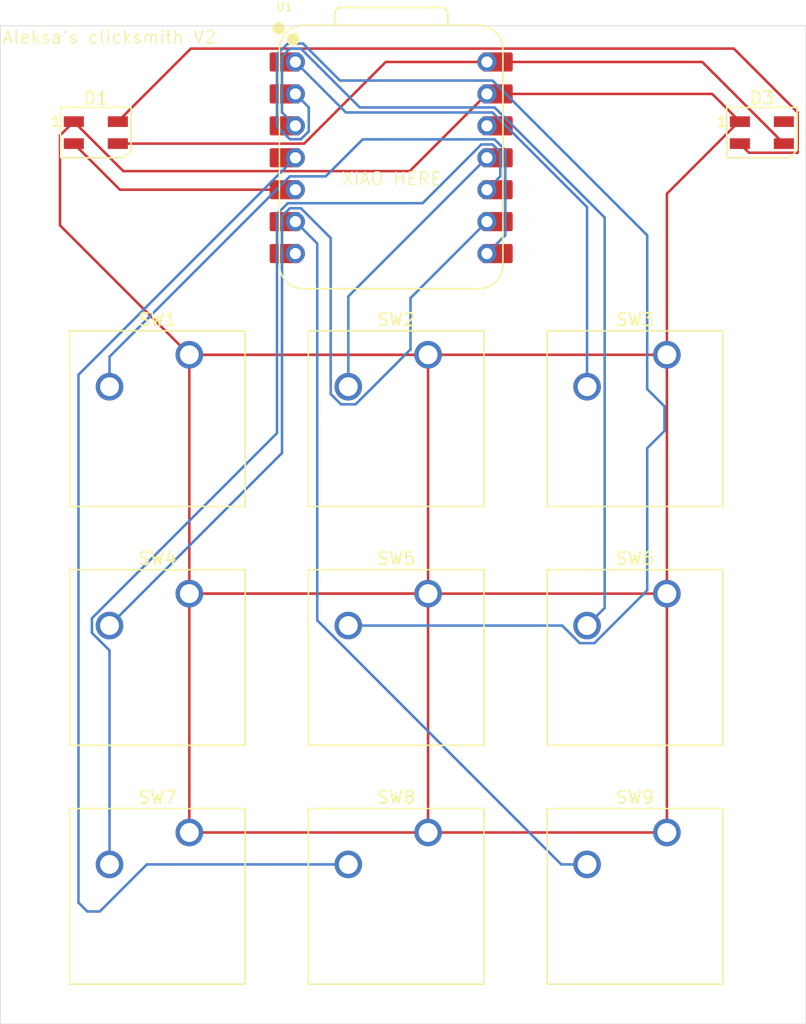
<source format=kicad_pcb>
(kicad_pcb (version 20241229) (generator "pcbnew") (generator_version "9.0")
  (layers (0 "F.Cu" signal) (2 "B.Cu" signal) (13 "F.Paste" user) (15 "B.Paste" user) (5 "F.SilkS" user "F.Silkscreen") (7 "B.SilkS" user "B.Silkscreen") (1 "F.Mask" user) (3 "B.Mask" user) (25 "Edge.Cuts" user))
  (net 0 "")
  (net 1 "Net-(D1-DIN)")
  (net 2 "+5V")
  (net 3 "GND")
  (net 4 "Net-(D1-DOUT)")
  (net 6 "Net-(U1-GPIO1{slash}RX)")
  (net 7 "Net-(U1-GPIO3{slash}MOSI)")
  (net 8 "Net-(U1-GPIO2{slash}SCK)")
  (net 9 "Net-(U1-GPIO4{slash}MISO)")
  (net 10 "Net-(U1-GPIO28{slash}ADC2{slash}A2)")
  (net 11 "Net-(U1-GPIO26{slash}ADC0{slash}A0)")
  (net 13 "Net-(U1-GPIO7{slash}SCL)")
  (net 14 "Net-(U1-GPIO29{slash}ADC3{slash}A3)")
  (net 15 "Net-(U1-GPIO27{slash}ADC1{slash}A1)")
  (footprint "Button_Switch_Keyboard:SW_Cherry_MX_1.00u_PCB" (layer "F.Cu") (at 127.94 92.67)
    (property "Reference" "SW8" (at -2.54 -2.794 0) (layer "F.SilkS"))
    (property "Value" "SW_Push")
    (fp_line (start -9.525 -1.905) (end 4.445 -1.905) (stroke (width 0.12)) (layer "F.SilkS"))
    (fp_line (start -9.525 12.065) (end -9.525 -1.905) (stroke (width 0.12)) (layer "F.SilkS"))
    (fp_line (start 4.445 -1.905) (end 4.445 12.065) (stroke (width 0.12)) (layer "F.SilkS"))
    (fp_line (start 4.445 12.065) (end -9.525 12.065) (stroke (width 0.12)) (layer "F.SilkS"))
    (pad "" np_thru_hole circle (at -7.62 5.08) (size 1.7 1.7) (drill 1.7) (layers "*.Cu" "*.Mask"))
    (pad "" np_thru_hole circle (at -2.54 5.08) (size 4 4) (drill 4) (layers "*.Cu" "*.Mask"))
    (pad "" np_thru_hole circle (at 2.54 5.08) (size 1.7 1.7) (drill 1.7) (layers "*.Cu" "*.Mask"))
    (pad "1" thru_hole circle (at 0 0) (size 2.2 2.2) (drill 1.5) (layers "*.Cu" "*.Mask") (net 3 "GND"))
    (pad "2" thru_hole circle (at -6.35 2.54) (size 2.2 2.2) (drill 1.5) (layers "*.Cu" "*.Mask") (net 14 "Net-(U1-GPIO29{slash}ADC3{slash}A3)"))
  )
  (footprint "Button_Switch_Keyboard:SW_Cherry_MX_1.00u_PCB" (layer "F.Cu") (at 127.94 54.67)
    (property "Reference" "SW2" (at -2.54 -2.794 0) (layer "F.SilkS"))
    (property "Value" "SW_Push")
    (fp_line (start -9.525 -1.905) (end 4.445 -1.905) (stroke (width 0.12)) (layer "F.SilkS"))
    (fp_line (start -9.525 12.065) (end -9.525 -1.905) (stroke (width 0.12)) (layer "F.SilkS"))
    (fp_line (start 4.445 -1.905) (end 4.445 12.065) (stroke (width 0.12)) (layer "F.SilkS"))
    (fp_line (start 4.445 12.065) (end -9.525 12.065) (stroke (width 0.12)) (layer "F.SilkS"))
    (pad "" np_thru_hole circle (at -7.62 5.08) (size 1.7 1.7) (drill 1.7) (layers "*.Cu" "*.Mask"))
    (pad "" np_thru_hole circle (at -2.54 5.08) (size 4 4) (drill 4) (layers "*.Cu" "*.Mask"))
    (pad "" np_thru_hole circle (at 2.54 5.08) (size 1.7 1.7) (drill 1.7) (layers "*.Cu" "*.Mask"))
    (pad "1" thru_hole circle (at 0 0) (size 2.2 2.2) (drill 1.5) (layers "*.Cu" "*.Mask") (net 3 "GND"))
    (pad "2" thru_hole circle (at -6.35 2.54) (size 2.2 2.2) (drill 1.5) (layers "*.Cu" "*.Mask") (net 7 "Net-(U1-GPIO3{slash}MOSI)"))
  )
  (footprint "OPL Lib:XIAO-RP2040-DIP" (layer "F.Cu") (at 125 39)
    (property "Reference" "U1" (at -8.5 -12 0) (layer "F.SilkS") (effects (font (size 0.635 0.635) (thickness 0.1016))))
    (property "Value" "XIAO-RP2040-DIP")
    (fp_line (start -8.89 8.509) (end -8.89 -8.636) (stroke (width 0.127)) (layer "F.SilkS"))
    (fp_line (start -6.985 10.414) (end 6.985 10.414) (stroke (width 0.127)) (layer "F.SilkS"))
    (fp_line (start -4.495 -10.541) (end -4.491272 -11.451272) (stroke (width 0.127)) (layer "F.SilkS"))
    (fp_line (start -3.991272 -11.951) (end 4.004 -11.951) (stroke (width 0.127)) (layer "F.SilkS"))
    (fp_line (start 4.504 -11.451) (end 4.504 -10.541) (stroke (width 0.127)) (layer "F.SilkS"))
    (fp_line (start 6.985 -10.541) (end -6.985 -10.541) (stroke (width 0.1)) (layer "F.SilkS"))
    (fp_line (start 6.985 -10.541) (end -6.985 -10.541) (stroke (width 0.127)) (layer "F.SilkS"))
    (fp_line (start 8.89 8.509) (end 8.89 -8.636) (stroke (width 0.127)) (layer "F.SilkS"))
    (fp_arc (start -8.89 -8.636) (mid -8.332038 -9.983038) (end -6.985 -10.541) (stroke (width 0.127)) (layer "F.SilkS"))
    (fp_arc (start -6.985 10.414) (mid -8.332038 9.856038) (end -8.89 8.509) (stroke (width 0.127)) (layer "F.SilkS"))
    (fp_arc (start -4.491272 -11.451272) (mid -4.344728 -11.80464) (end -3.991272 -11.951) (stroke (width 0.127)) (layer "F.SilkS"))
    (fp_arc (start 4.004 -11.951) (mid 4.357553 -11.804553) (end 4.504 -11.451) (stroke (width 0.127)) (layer "F.SilkS"))
    (fp_arc (start 6.985 -10.541) (mid 8.332038 -9.983038) (end 8.89 -8.636) (stroke (width 0.127)) (layer "F.SilkS"))
    (fp_arc (start 8.89 8.509) (mid 8.332038 9.856038) (end 6.985 10.414) (stroke (width 0.127)) (layer "F.SilkS"))
    (fp_circle (center -8.95 -10.3) (end -8.95 -10.554) (stroke (width 0.5)) (fill yes) (layer "F.SilkS"))
    (fp_circle (center -7.807 -9.42) (end -7.807 -9.674) (stroke (width 0.5)) (fill yes) (layer "F.SilkS"))
    (pad "1" smd roundrect (at -8.455 -7.62 180) (size 2.432 1.524) (layers "F.Cu" "F.Mask") (roundrect_rratio 0.1) (net 11 "Net-(U1-GPIO26{slash}ADC0{slash}A0)"))
    (pad "1" thru_hole circle (at -7.62 -7.62 180) (size 1.524 1.524) (drill 0.889) (layers "*.Cu" "*.Mask") (net 11 "Net-(U1-GPIO26{slash}ADC0{slash}A0)"))
    (pad "2" smd roundrect (at -8.455 -5.08 180) (size 2.432 1.524) (layers "F.Cu" "F.Mask") (roundrect_rratio 0.1) (net 15 "Net-(U1-GPIO27{slash}ADC1{slash}A1)"))
    (pad "2" thru_hole circle (at -7.62 -5.08 180) (size 1.524 1.524) (drill 0.889) (layers "*.Cu" "*.Mask") (net 15 "Net-(U1-GPIO27{slash}ADC1{slash}A1)"))
    (pad "3" smd roundrect (at -8.455 -2.54 180) (size 2.432 1.524) (layers "F.Cu" "F.Mask") (roundrect_rratio 0.1) (net 10 "Net-(U1-GPIO28{slash}ADC2{slash}A2)"))
    (pad "3" thru_hole circle (at -7.62 -2.54 180) (size 1.524 1.524) (drill 0.889) (layers "*.Cu" "*.Mask") (net 10 "Net-(U1-GPIO28{slash}ADC2{slash}A2)"))
    (pad "4" smd roundrect (at -8.455 0 180) (size 2.432 1.524) (layers "F.Cu" "F.Mask") (roundrect_rratio 0.1) (net 14 "Net-(U1-GPIO29{slash}ADC3{slash}A3)"))
    (pad "4" thru_hole circle (at -7.62 0 180) (size 1.524 1.524) (drill 0.889) (layers "*.Cu" "*.Mask") (net 14 "Net-(U1-GPIO29{slash}ADC3{slash}A3)"))
    (pad "5" smd roundrect (at -8.455 2.54 180) (size 2.432 1.524) (layers "F.Cu" "F.Mask") (roundrect_rratio 0.1) (net 1 "Net-(D1-DIN)"))
    (pad "5" thru_hole circle (at -7.62 2.54 180) (size 1.524 1.524) (drill 0.889) (layers "*.Cu" "*.Mask") (net 1 "Net-(D1-DIN)"))
    (pad "6" smd roundrect (at -8.455 5.08 180) (size 2.432 1.524) (layers "F.Cu" "F.Mask") (roundrect_rratio 0.1) (net 13 "Net-(U1-GPIO7{slash}SCL)"))
    (pad "6" thru_hole circle (at -7.62 5.08 180) (size 1.524 1.524) (drill 0.889) (layers "*.Cu" "*.Mask") (net 13 "Net-(U1-GPIO7{slash}SCL)"))
    (pad "7" smd roundrect (at -8.455 7.62 180) (size 2.432 1.524) (layers "F.Cu" "F.Mask") (roundrect_rratio 0.1))
    (pad "7" thru_hole circle (at -7.62 7.62 180) (size 1.524 1.524) (drill 0.889) (layers "*.Cu" "*.Mask"))
    (pad "8" thru_hole circle (at 7.62 7.62) (size 1.524 1.524) (drill 0.889) (layers "*.Cu" "*.Mask") (net 6 "Net-(U1-GPIO1{slash}RX)"))
    (pad "8" smd roundrect (at 8.455 7.62) (size 2.432 1.524) (layers "F.Cu" "F.Mask") (roundrect_rratio 0.1) (net 6 "Net-(U1-GPIO1{slash}RX)"))
    (pad "9" thru_hole circle (at 7.62 5.08) (size 1.524 1.524) (drill 0.889) (layers "*.Cu" "*.Mask") (net 8 "Net-(U1-GPIO2{slash}SCK)"))
    (pad "9" smd roundrect (at 8.455 5.08) (size 2.432 1.524) (layers "F.Cu" "F.Mask") (roundrect_rratio 0.1) (net 8 "Net-(U1-GPIO2{slash}SCK)"))
    (pad "10" thru_hole circle (at 7.62 2.54) (size 1.524 1.524) (drill 0.889) (layers "*.Cu" "*.Mask") (net 9 "Net-(U1-GPIO4{slash}MISO)"))
    (pad "10" smd roundrect (at 8.455 2.54) (size 2.432 1.524) (layers "F.Cu" "F.Mask") (roundrect_rratio 0.1) (net 9 "Net-(U1-GPIO4{slash}MISO)"))
    (pad "11" thru_hole circle (at 7.62 0) (size 1.524 1.524) (drill 0.889) (layers "*.Cu" "*.Mask") (net 7 "Net-(U1-GPIO3{slash}MOSI)"))
    (pad "11" smd roundrect (at 8.455 0) (size 2.432 1.524) (layers "F.Cu" "F.Mask") (roundrect_rratio 0.1) (net 7 "Net-(U1-GPIO3{slash}MOSI)"))
    (pad "12" thru_hole circle (at 7.62 -2.54) (size 1.524 1.524) (drill 0.889) (layers "*.Cu" "*.Mask"))
    (pad "12" smd roundrect (at 8.455 -2.54) (size 2.432 1.524) (layers "F.Cu" "F.Mask") (roundrect_rratio 0.1))
    (pad "13" thru_hole circle (at 7.62 -5.08) (size 1.524 1.524) (drill 0.889) (layers "*.Cu" "*.Mask") (net 3 "GND"))
    (pad "13" smd roundrect (at 8.455 -5.08) (size 2.432 1.524) (layers "F.Cu" "F.Mask") (roundrect_rratio 0.1) (net 3 "GND"))
    (pad "14" thru_hole circle (at 7.62 -7.62) (size 1.524 1.524) (drill 0.889) (layers "*.Cu" "*.Mask") (net 2 "+5V"))
    (pad "14" smd roundrect (at 8.455 -7.62) (size 2.432 1.524) (layers "F.Cu" "F.Mask") (roundrect_rratio 0.1) (net 2 "+5V"))
  )
  (footprint "LED_SMD:LED_SK6812MINI_PLCC4_3.5x3.5mm_P1.75mm" (layer "F.Cu") (at 101.5 37)
    (property "Reference" "D1" (at 0 -2.75 0) (layer "F.SilkS"))
    (property "Value" "SK6812")
    (fp_line (start -2.8 -2) (end -2.8 2) (stroke (width 0.12)) (layer "F.SilkS"))
    (fp_line (start -2.8 -2) (end 2.8 -2) (stroke (width 0.12)) (layer "F.SilkS"))
    (fp_line (start -2.8 2) (end 2.2 2) (stroke (width 0.12)) (layer "F.SilkS"))
    (fp_line (start 2.8 1.4) (end 2.2 2) (stroke (width 0.12)) (layer "F.SilkS"))
    (fp_line (start 2.8 1.4) (end 2.8 -2) (stroke (width 0.12)) (layer "F.SilkS"))
    (fp_text user "1" (at -3.2 -0.875 0) (layer "F.SilkS") (effects (font (size 0.8 0.8))))
    (pad "1" smd rect (at -1.75 -0.875) (size 1.6 0.85) (layers "F.Cu" "F.Mask" "F.Paste") (net 3 "GND"))
    (pad "2" smd rect (at -1.75 0.875) (size 1.6 0.85) (layers "F.Cu" "F.Mask" "F.Paste") (net 1 "Net-(D1-DIN)"))
    (pad "3" smd rect (at 1.75 0.875) (size 1.6 0.85) (layers "F.Cu" "F.Mask" "F.Paste") (net 2 "+5V"))
    (pad "4" smd rect (at 1.75 -0.875) (size 1.6 0.85) (layers "F.Cu" "F.Mask" "F.Paste") (net 4 "Net-(D1-DOUT)"))
  )
  (footprint "Button_Switch_Keyboard:SW_Cherry_MX_1.00u_PCB" (layer "F.Cu") (at 127.94 73.67)
    (property "Reference" "SW5" (at -2.54 -2.794 0) (layer "F.SilkS"))
    (property "Value" "SW_Push")
    (fp_line (start -9.525 -1.905) (end 4.445 -1.905) (stroke (width 0.12)) (layer "F.SilkS"))
    (fp_line (start -9.525 12.065) (end -9.525 -1.905) (stroke (width 0.12)) (layer "F.SilkS"))
    (fp_line (start 4.445 -1.905) (end 4.445 12.065) (stroke (width 0.12)) (layer "F.SilkS"))
    (fp_line (start 4.445 12.065) (end -9.525 12.065) (stroke (width 0.12)) (layer "F.SilkS"))
    (pad "" np_thru_hole circle (at -7.62 5.08) (size 1.7 1.7) (drill 1.7) (layers "*.Cu" "*.Mask"))
    (pad "" np_thru_hole circle (at -2.54 5.08) (size 4 4) (drill 4) (layers "*.Cu" "*.Mask"))
    (pad "" np_thru_hole circle (at 2.54 5.08) (size 1.7 1.7) (drill 1.7) (layers "*.Cu" "*.Mask"))
    (pad "1" thru_hole circle (at 0 0) (size 2.2 2.2) (drill 1.5) (layers "*.Cu" "*.Mask") (net 3 "GND"))
    (pad "2" thru_hole circle (at -6.35 2.54) (size 2.2 2.2) (drill 1.5) (layers "*.Cu" "*.Mask") (net 15 "Net-(U1-GPIO27{slash}ADC1{slash}A1)"))
  )
  (footprint "Button_Switch_Keyboard:SW_Cherry_MX_1.00u_PCB" (layer "F.Cu") (at 108.94 73.67)
    (property "Reference" "SW4" (at -2.54 -2.794 0) (layer "F.SilkS"))
    (property "Value" "SW_Push")
    (fp_line (start -9.525 -1.905) (end 4.445 -1.905) (stroke (width 0.12)) (layer "F.SilkS"))
    (fp_line (start -9.525 12.065) (end -9.525 -1.905) (stroke (width 0.12)) (layer "F.SilkS"))
    (fp_line (start 4.445 -1.905) (end 4.445 12.065) (stroke (width 0.12)) (layer "F.SilkS"))
    (fp_line (start 4.445 12.065) (end -9.525 12.065) (stroke (width 0.12)) (layer "F.SilkS"))
    (pad "" np_thru_hole circle (at -7.62 5.08) (size 1.7 1.7) (drill 1.7) (layers "*.Cu" "*.Mask"))
    (pad "" np_thru_hole circle (at -2.54 5.08) (size 4 4) (drill 4) (layers "*.Cu" "*.Mask"))
    (pad "" np_thru_hole circle (at 2.54 5.08) (size 1.7 1.7) (drill 1.7) (layers "*.Cu" "*.Mask"))
    (pad "1" thru_hole circle (at 0 0) (size 2.2 2.2) (drill 1.5) (layers "*.Cu" "*.Mask") (net 3 "GND"))
    (pad "2" thru_hole circle (at -6.35 2.54) (size 2.2 2.2) (drill 1.5) (layers "*.Cu" "*.Mask") (net 8 "Net-(U1-GPIO2{slash}SCK)"))
  )
  (footprint "Button_Switch_Keyboard:SW_Cherry_MX_1.00u_PCB" (layer "F.Cu") (at 146.94 73.67)
    (property "Reference" "SW6" (at -2.54 -2.794 0) (layer "F.SilkS"))
    (property "Value" "SW_Push")
    (fp_line (start -9.525 -1.905) (end 4.445 -1.905) (stroke (width 0.12)) (layer "F.SilkS"))
    (fp_line (start -9.525 12.065) (end -9.525 -1.905) (stroke (width 0.12)) (layer "F.SilkS"))
    (fp_line (start 4.445 -1.905) (end 4.445 12.065) (stroke (width 0.12)) (layer "F.SilkS"))
    (fp_line (start 4.445 12.065) (end -9.525 12.065) (stroke (width 0.12)) (layer "F.SilkS"))
    (pad "" np_thru_hole circle (at -7.62 5.08) (size 1.7 1.7) (drill 1.7) (layers "*.Cu" "*.Mask"))
    (pad "" np_thru_hole circle (at -2.54 5.08) (size 4 4) (drill 4) (layers "*.Cu" "*.Mask"))
    (pad "" np_thru_hole circle (at 2.54 5.08) (size 1.7 1.7) (drill 1.7) (layers "*.Cu" "*.Mask"))
    (pad "1" thru_hole circle (at 0 0) (size 2.2 2.2) (drill 1.5) (layers "*.Cu" "*.Mask") (net 3 "GND"))
    (pad "2" thru_hole circle (at -6.35 2.54) (size 2.2 2.2) (drill 1.5) (layers "*.Cu" "*.Mask") (net 10 "Net-(U1-GPIO28{slash}ADC2{slash}A2)"))
  )
  (footprint "Button_Switch_Keyboard:SW_Cherry_MX_1.00u_PCB" (layer "F.Cu") (at 108.94 92.67)
    (property "Reference" "SW7" (at -2.54 -2.794 0) (layer "F.SilkS"))
    (property "Value" "SW_Push")
    (fp_line (start -9.525 -1.905) (end 4.445 -1.905) (stroke (width 0.12)) (layer "F.SilkS"))
    (fp_line (start -9.525 12.065) (end -9.525 -1.905) (stroke (width 0.12)) (layer "F.SilkS"))
    (fp_line (start 4.445 -1.905) (end 4.445 12.065) (stroke (width 0.12)) (layer "F.SilkS"))
    (fp_line (start 4.445 12.065) (end -9.525 12.065) (stroke (width 0.12)) (layer "F.SilkS"))
    (pad "" np_thru_hole circle (at -7.62 5.08) (size 1.7 1.7) (drill 1.7) (layers "*.Cu" "*.Mask"))
    (pad "" np_thru_hole circle (at -2.54 5.08) (size 4 4) (drill 4) (layers "*.Cu" "*.Mask"))
    (pad "" np_thru_hole circle (at 2.54 5.08) (size 1.7 1.7) (drill 1.7) (layers "*.Cu" "*.Mask"))
    (pad "1" thru_hole circle (at 0 0) (size 2.2 2.2) (drill 1.5) (layers "*.Cu" "*.Mask") (net 3 "GND"))
    (pad "2" thru_hole circle (at -6.35 2.54) (size 2.2 2.2) (drill 1.5) (layers "*.Cu" "*.Mask") (net 9 "Net-(U1-GPIO4{slash}MISO)"))
  )
  (footprint "Button_Switch_Keyboard:SW_Cherry_MX_1.00u_PCB" (layer "F.Cu") (at 108.94 54.67)
    (property "Reference" "SW1" (at -2.54 -2.794 0) (layer "F.SilkS"))
    (property "Value" "SW_Push")
    (fp_line (start -9.525 -1.905) (end 4.445 -1.905) (stroke (width 0.12)) (layer "F.SilkS"))
    (fp_line (start -9.525 12.065) (end -9.525 -1.905) (stroke (width 0.12)) (layer "F.SilkS"))
    (fp_line (start 4.445 -1.905) (end 4.445 12.065) (stroke (width 0.12)) (layer "F.SilkS"))
    (fp_line (start 4.445 12.065) (end -9.525 12.065) (stroke (width 0.12)) (layer "F.SilkS"))
    (pad "" np_thru_hole circle (at -7.62 5.08) (size 1.7 1.7) (drill 1.7) (layers "*.Cu" "*.Mask"))
    (pad "" np_thru_hole circle (at -2.54 5.08) (size 4 4) (drill 4) (layers "*.Cu" "*.Mask"))
    (pad "" np_thru_hole circle (at 2.54 5.08) (size 1.7 1.7) (drill 1.7) (layers "*.Cu" "*.Mask"))
    (pad "1" thru_hole circle (at 0 0) (size 2.2 2.2) (drill 1.5) (layers "*.Cu" "*.Mask") (net 3 "GND"))
    (pad "2" thru_hole circle (at -6.35 2.54) (size 2.2 2.2) (drill 1.5) (layers "*.Cu" "*.Mask") (net 6 "Net-(U1-GPIO1{slash}RX)"))
  )
  (footprint "Button_Switch_Keyboard:SW_Cherry_MX_1.00u_PCB" (layer "F.Cu") (at 146.94 54.67)
    (property "Reference" "SW3" (at -2.54 -2.794 0) (layer "F.SilkS"))
    (property "Value" "SW_Push")
    (fp_line (start -9.525 -1.905) (end 4.445 -1.905) (stroke (width 0.12)) (layer "F.SilkS"))
    (fp_line (start -9.525 12.065) (end -9.525 -1.905) (stroke (width 0.12)) (layer "F.SilkS"))
    (fp_line (start 4.445 -1.905) (end 4.445 12.065) (stroke (width 0.12)) (layer "F.SilkS"))
    (fp_line (start 4.445 12.065) (end -9.525 12.065) (stroke (width 0.12)) (layer "F.SilkS"))
    (pad "" np_thru_hole circle (at -7.62 5.08) (size 1.7 1.7) (drill 1.7) (layers "*.Cu" "*.Mask"))
    (pad "" np_thru_hole circle (at -2.54 5.08) (size 4 4) (drill 4) (layers "*.Cu" "*.Mask"))
    (pad "" np_thru_hole circle (at 2.54 5.08) (size 1.7 1.7) (drill 1.7) (layers "*.Cu" "*.Mask"))
    (pad "1" thru_hole circle (at 0 0) (size 2.2 2.2) (drill 1.5) (layers "*.Cu" "*.Mask") (net 3 "GND"))
    (pad "2" thru_hole circle (at -6.35 2.54) (size 2.2 2.2) (drill 1.5) (layers "*.Cu" "*.Mask") (net 11 "Net-(U1-GPIO26{slash}ADC0{slash}A0)"))
  )
  (footprint "Button_Switch_Keyboard:SW_Cherry_MX_1.00u_PCB" (layer "F.Cu") (at 146.94 92.67)
    (property "Reference" "SW9" (at -2.54 -2.794 0) (layer "F.SilkS"))
    (property "Value" "SW_Push")
    (fp_line (start -9.525 -1.905) (end 4.445 -1.905) (stroke (width 0.12)) (layer "F.SilkS"))
    (fp_line (start -9.525 12.065) (end -9.525 -1.905) (stroke (width 0.12)) (layer "F.SilkS"))
    (fp_line (start 4.445 -1.905) (end 4.445 12.065) (stroke (width 0.12)) (layer "F.SilkS"))
    (fp_line (start 4.445 12.065) (end -9.525 12.065) (stroke (width 0.12)) (layer "F.SilkS"))
    (pad "" np_thru_hole circle (at -7.62 5.08) (size 1.7 1.7) (drill 1.7) (layers "*.Cu" "*.Mask"))
    (pad "" np_thru_hole circle (at -2.54 5.08) (size 4 4) (drill 4) (layers "*.Cu" "*.Mask"))
    (pad "" np_thru_hole circle (at 2.54 5.08) (size 1.7 1.7) (drill 1.7) (layers "*.Cu" "*.Mask"))
    (pad "1" thru_hole circle (at 0 0) (size 2.2 2.2) (drill 1.5) (layers "*.Cu" "*.Mask") (net 3 "GND"))
    (pad "2" thru_hole circle (at -6.35 2.54) (size 2.2 2.2) (drill 1.5) (layers "*.Cu" "*.Mask") (net 13 "Net-(U1-GPIO7{slash}SCL)"))
  )
  (footprint "LED_SMD:LED_SK6812MINI_PLCC4_3.5x3.5mm_P1.75mm" (layer "F.Cu") (at 154.5 37)
    (property "Reference" "D3" (at 0 -2.75 0) (layer "F.SilkS"))
    (property "Value" "SK6812")
    (fp_line (start -2.8 -2) (end -2.8 2) (stroke (width 0.12)) (layer "F.SilkS"))
    (fp_line (start -2.8 -2) (end 2.8 -2) (stroke (width 0.12)) (layer "F.SilkS"))
    (fp_line (start -2.8 2) (end 2.2 2) (stroke (width 0.12)) (layer "F.SilkS"))
    (fp_line (start 2.8 1.4) (end 2.2 2) (stroke (width 0.12)) (layer "F.SilkS"))
    (fp_line (start 2.8 1.4) (end 2.8 -2) (stroke (width 0.12)) (layer "F.SilkS"))
    (fp_text user "1" (at -3.2 -0.875 0) (layer "F.SilkS") (effects (font (size 0.8 0.8))))
    (pad "1" smd rect (at -1.75 -0.875) (size 1.6 0.85) (layers "F.Cu" "F.Mask" "F.Paste") (net 3 "GND"))
    (pad "2" smd rect (at -1.75 0.875) (size 1.6 0.85) (layers "F.Cu" "F.Mask" "F.Paste") (net 4 "Net-(D1-DOUT)"))
    (pad "3" smd rect (at 1.75 0.875) (size 1.6 0.85) (layers "F.Cu" "F.Mask" "F.Paste") (net 2 "+5V"))
    (pad "4" smd rect (at 1.75 -0.875) (size 1.6 0.85) (layers "F.Cu" "F.Mask" "F.Paste"))
  )
  (gr_rect (start 93.9 28.5) (end 158 107.9) (stroke (width 0.05)) (fill no) (layer "Edge.Cuts"))
  (gr_text "Aleksa's clicksmith V2" (at 94 30 0) (layer "F.SilkS") (effects (font (size 1 1) (thickness 0.1)) (justify left bottom)))
  (gr_text "XIAO HERE" (at 121 41.25 0) (layer "F.SilkS") (effects (font (size 1 1) (thickness 0.1)) (justify left bottom)))
  (segment (start 103.415 41.54) (end 117.38 41.54) (width 0.2) (layer "F.Cu") (net 1))
  (segment (start 99.75 37.875) (end 103.415 41.54) (width 0.2) (layer "F.Cu") (net 1))
  (segment (start 132.62 31.38) (end 149.755 31.38) (width 0.2) (layer "F.Cu") (net 2))
  (segment (start 103.25 37.875) (end 118.075 37.875) (width 0.2) (layer "F.Cu") (net 2))
  (segment (start 149.755 31.38) (end 156.25 37.875) (width 0.2) (layer "F.Cu") (net 2))
  (segment (start 118.075 37.875) (end 124.57 31.38) (width 0.2) (layer "F.Cu") (net 2))
  (segment (start 124.57 31.38) (end 132.62 31.38) (width 0.2) (layer "F.Cu") (net 2))
  (segment (start 98.649 44.379) (end 98.649 37.226) (width 0.2) (layer "F.Cu") (net 3))
  (segment (start 146.94 54.67) (end 146.94 41.858) (width 0.2) (layer "F.Cu") (net 3))
  (segment (start 152.75 36.125) (end 150.545 33.92) (width 0.2) (layer "F.Cu") (net 3))
  (segment (start 127.94 73.67) (end 127.94 54.67) (width 0.2) (layer "F.Cu") (net 3))
  (segment (start 108.94 54.67) (end 98.649 44.379) (width 0.2) (layer "F.Cu") (net 3))
  (segment (start 108.94 92.67) (end 108.94 54.67) (width 0.2) (layer "F.Cu") (net 3))
  (segment (start 127.94 73.67) (end 108.94 73.67) (width 0.2) (layer "F.Cu") (net 3))
  (segment (start 108.94 54.67) (end 146.94 54.67) (width 0.2) (layer "F.Cu") (net 3))
  (segment (start 108.94 73.67) (end 146.94 73.67) (width 0.2) (layer "F.Cu") (net 3))
  (segment (start 146.94 54.67) (end 146.94 92.67) (width 0.2) (layer "F.Cu") (net 3))
  (segment (start 146.94 41.858) (end 152.673 36.125) (width 0.2) (layer "F.Cu") (net 3))
  (segment (start 150.545 33.92) (end 132.62 33.92) (width 0.2) (layer "F.Cu") (net 3))
  (segment (start 128.32 73.67) (end 128.4 73.75) (width 0.2) (layer "F.Cu") (net 3))
  (segment (start 108.94 54.67) (end 127.94 54.67) (width 0.2) (layer "F.Cu") (net 3))
  (segment (start 128.32 73.67) (end 127.94 73.67) (width 0.2) (layer "F.Cu") (net 3))
  (segment (start 98.649 37.226) (end 99.75 36.125) (width 0.2) (layer "F.Cu") (net 3))
  (segment (start 126.477 40.063) (end 103.688 40.063) (width 0.2) (layer "F.Cu") (net 3))
  (segment (start 132.62 33.92) (end 126.477 40.063) (width 0.2) (layer "F.Cu") (net 3))
  (segment (start 146.94 92.67) (end 108.94 92.67) (width 0.2) (layer "F.Cu") (net 3))
  (segment (start 127.94 73.67) (end 127.94 92.67) (width 0.2) (layer "F.Cu") (net 3))
  (segment (start 152.673 36.125) (end 152.75 36.125) (width 0.2) (layer "F.Cu") (net 3))
  (segment (start 103.688 40.063) (end 99.75 36.125) (width 0.2) (layer "F.Cu") (net 3))
  (segment (start 157.351 35.399) (end 152.269 30.317) (width 0.2) (layer "F.Cu") (net 4))
  (segment (start 153.476 38.601) (end 157.351 38.601) (width 0.2) (layer "F.Cu") (net 4))
  (segment (start 157.351 38.601) (end 157.351 35.399) (width 0.2) (layer "F.Cu") (net 4))
  (segment (start 152.75 37.875) (end 153.476 38.601) (width 0.2) (layer "F.Cu") (net 4))
  (segment (start 109.058 30.317) (end 103.25 36.125) (width 0.2) (layer "F.Cu") (net 4))
  (segment (start 152.269 30.317) (end 109.058 30.317) (width 0.2) (layer "F.Cu") (net 4))
  (segment (start 134.084 38.39359) (end 134.084 45.156) (width 0.2) (layer "B.Cu") (net 6))
  (segment (start 119.79321 40.477) (end 122.73421 37.536) (width 0.2) (layer "B.Cu") (net 6))
  (segment (start 116.93969 40.477) (end 119.79321 40.477) (width 0.2) (layer "B.Cu") (net 6))
  (segment (start 102.59 54.82669) (end 116.93969 40.477) (width 0.2) (layer "B.Cu") (net 6))
  (segment (start 134.084 45.156) (end 132.62 46.62) (width 0.2) (layer "B.Cu") (net 6))
  (segment (start 122.73421 37.536) (end 133.22641 37.536) (width 0.2) (layer "B.Cu") (net 6))
  (segment (start 133.22641 37.536) (end 134.084 38.39359) (width 0.2) (layer "B.Cu") (net 6))
  (segment (start 102.59 57.21) (end 102.59 54.82669) (width 0.2) (layer "B.Cu") (net 6))
  (segment (start 121.59 50.03) (end 132.62 39) (width 0.2) (layer "B.Cu") (net 7))
  (segment (start 121.59 57.21) (end 121.59 50.03) (width 0.2) (layer "B.Cu") (net 7))
  (segment (start 117.82031 43.017) (end 120.189 45.38569) (width 0.2) (layer "B.Cu") (net 8))
  (segment (start 120.189 57.790314) (end 121.009686 58.611) (width 0.2) (layer "B.Cu") (net 8))
  (segment (start 121.009686 58.611) (end 122.170314 58.611) (width 0.2) (layer "B.Cu") (net 8))
  (segment (start 116.317 62.483) (end 116.317 43.63969) (width 0.2) (layer "B.Cu") (net 8))
  (segment (start 122.170314 58.611) (end 126.539 54.242314) (width 0.2) (layer "B.Cu") (net 8))
  (segment (start 126.539 50.161) (end 132.62 44.08) (width 0.2) (layer "B.Cu") (net 8))
  (segment (start 120.189 45.38569) (end 120.189 57.790314) (width 0.2) (layer "B.Cu") (net 8))
  (segment (start 116.317 43.63969) (end 116.93969 43.017) (width 0.2) (layer "B.Cu") (net 8))
  (segment (start 116.93969 43.017) (end 117.82031 43.017) (width 0.2) (layer "B.Cu") (net 8))
  (segment (start 102.59 76.21) (end 116.317 62.483) (width 0.2) (layer "B.Cu") (net 8))
  (segment (start 126.539 54.242314) (end 126.539 50.161) (width 0.2) (layer "B.Cu") (net 8))
  (segment (start 101.189 76.790314) (end 101.189 75.629686) (width 0.2) (layer "B.Cu") (net 9))
  (segment (start 133.683 40.477) (end 132.62 41.54) (width 0.2) (layer "B.Cu") (net 9))
  (segment (start 133.683 38.55969) (end 133.683 40.477) (width 0.2) (layer "B.Cu") (net 9))
  (segment (start 127.50069 42.616) (end 132.17969 37.937) (width 0.2) (layer "B.Cu") (net 9))
  (segment (start 102.59 78.191314) (end 101.189 76.790314) (width 0.2) (layer "B.Cu") (net 9))
  (segment (start 102.59 95.21) (end 102.59 78.191314) (width 0.2) (layer "B.Cu") (net 9))
  (segment (start 132.17969 37.937) (end 133.06031 37.937) (width 0.2) (layer "B.Cu") (net 9))
  (segment (start 133.06031 37.937) (end 133.683 38.55969) (width 0.2) (layer "B.Cu") (net 9))
  (segment (start 115.916 43.47359) (end 116.77359 42.616) (width 0.2) (layer "B.Cu") (net 9))
  (segment (start 115.916 60.902686) (end 115.916 43.47359) (width 0.2) (layer "B.Cu") (net 9))
  (segment (start 101.189 75.629686) (end 115.916 60.902686) (width 0.2) (layer "B.Cu") (net 9))
  (segment (start 116.77359 42.616) (end 127.50069 42.616) (width 0.2) (layer "B.Cu") (net 9))
  (segment (start 122.49931 34.996) (end 117.82031 30.317) (width 0.2) (layer "B.Cu") (net 10))
  (segment (start 140.59 76.21) (end 141.991 74.809) (width 0.2) (layer "B.Cu") (net 10))
  (segment (start 141.991 74.809) (end 141.991 43.76059) (width 0.2) (layer "B.Cu") (net 10))
  (segment (start 117.82031 30.317) (end 116.93969 30.317) (width 0.2) (layer "B.Cu") (net 10))
  (segment (start 133.22641 34.996) (end 122.49931 34.996) (width 0.2) (layer "B.Cu") (net 10))
  (segment (start 141.991 43.76059) (end 133.22641 34.996) (width 0.2) (layer "B.Cu") (net 10))
  (segment (start 116.317 30.93969) (end 116.317 35.397) (width 0.2) (layer "B.Cu") (net 10))
  (segment (start 116.93969 30.317) (end 116.317 30.93969) (width 0.2) (layer "B.Cu") (net 10))
  (segment (start 116.317 35.397) (end 117.38 36.46) (width 0.2) (layer "B.Cu") (net 10))
  (segment (start 121.397 35.397) (end 117.38 31.38) (width 0.2) (layer "B.Cu") (net 11))
  (segment (start 133.06031 35.397) (end 121.397 35.397) (width 0.2) (layer "B.Cu") (net 11))
  (segment (start 118.00269 31.38) (end 117.38 31.38) (width 0.2) (layer "B.Cu") (net 11))
  (segment (start 140.59 57.21) (end 140.59 42.92669) (width 0.2) (layer "B.Cu") (net 11))
  (segment (start 140.59 42.92669) (end 133.06031 35.397) (width 0.2) (layer "B.Cu") (net 11))
  (segment (start 138.535184 95.21) (end 119.119 75.793816) (width 0.2) (layer "B.Cu") (net 13))
  (segment (start 119.119 75.793816) (end 119.119 45.819) (width 0.2) (layer "B.Cu") (net 13))
  (segment (start 140.59 95.21) (end 138.535184 95.21) (width 0.2) (layer "B.Cu") (net 13))
  (segment (start 119.119 45.819) (end 117.38 44.08) (width 0.2) (layer "B.Cu") (net 13))
  (segment (start 100.82253 98.951) (end 100.119 98.24747) (width 0.2) (layer "B.Cu") (net 14))
  (segment (start 121.59 95.21) (end 105.55847 95.21) (width 0.2) (layer "B.Cu") (net 14))
  (segment (start 100.119 98.24747) (end 100.119 56.261) (width 0.2) (layer "B.Cu") (net 14))
  (segment (start 101.81747 98.951) (end 100.82253 98.951) (width 0.2) (layer "B.Cu") (net 14))
  (segment (start 100.119 56.261) (end 117.38 39) (width 0.2) (layer "B.Cu") (net 14))
  (segment (start 105.55847 95.21) (end 101.81747 98.951) (width 0.2) (layer "B.Cu") (net 14))
  (segment (start 118.443 36.90031) (end 118.443 34.983) (width 0.2) (layer "B.Cu") (net 15))
  (segment (start 145.373816 62.101) (end 146.751 60.723816) (width 0.2) (layer "B.Cu") (net 15))
  (segment (start 145.373816 73.407498) (end 145.373816 62.101) (width 0.2) (layer "B.Cu") (net 15))
  (segment (start 117.82031 37.523) (end 118.443 36.90031) (width 0.2) (layer "B.Cu") (net 15))
  (segment (start 133.06031 32.857) (end 120.92741 32.857) (width 0.2) (layer "B.Cu") (net 15))
  (segment (start 117.98641 29.916) (end 116.77359 29.916) (width 0.2) (layer "B.Cu") (net 15))
  (segment (start 140.009686 77.611) (end 141.170314 77.611) (width 0.2) (layer "B.Cu") (net 15))
  (segment (start 116.77359 29.916) (end 115.916 30.77359) (width 0.2) (layer "B.Cu") (net 15))
  (segment (start 116.93969 37.523) (end 117.82031 37.523) (width 0.2) (layer "B.Cu") (net 15))
  (segment (start 120.92741 32.857) (end 117.98641 29.916) (width 0.2) (layer "B.Cu") (net 15))
  (segment (start 141.170314 77.611) (end 145.373816 73.407498) (width 0.2) (layer "B.Cu") (net 15))
  (segment (start 145.373816 45.170506) (end 133.06031 32.857) (width 0.2) (layer "B.Cu") (net 15))
  (segment (start 146.751 58.776184) (end 145.373816 57.399) (width 0.2) (layer "B.Cu") (net 15))
  (segment (start 138.608686 76.21) (end 140.009686 77.611) (width 0.2) (layer "B.Cu") (net 15))
  (segment (start 145.373816 57.399) (end 145.373816 45.170506) (width 0.2) (layer "B.Cu") (net 15))
  (segment (start 118.443 34.983) (end 117.38 33.92) (width 0.2) (layer "B.Cu") (net 15))
  (segment (start 115.916 30.77359) (end 115.916 36.49931) (width 0.2) (layer "B.Cu") (net 15))
  (segment (start 121.59 76.21) (end 138.608686 76.21) (width 0.2) (layer "B.Cu") (net 15))
  (segment (start 115.916 36.49931) (end 116.93969 37.523) (width 0.2) (layer "B.Cu") (net 15))
  (segment (start 146.751 60.723816) (end 146.751 58.776184) (width 0.2) (layer "B.Cu") (net 15))
)
</source>
